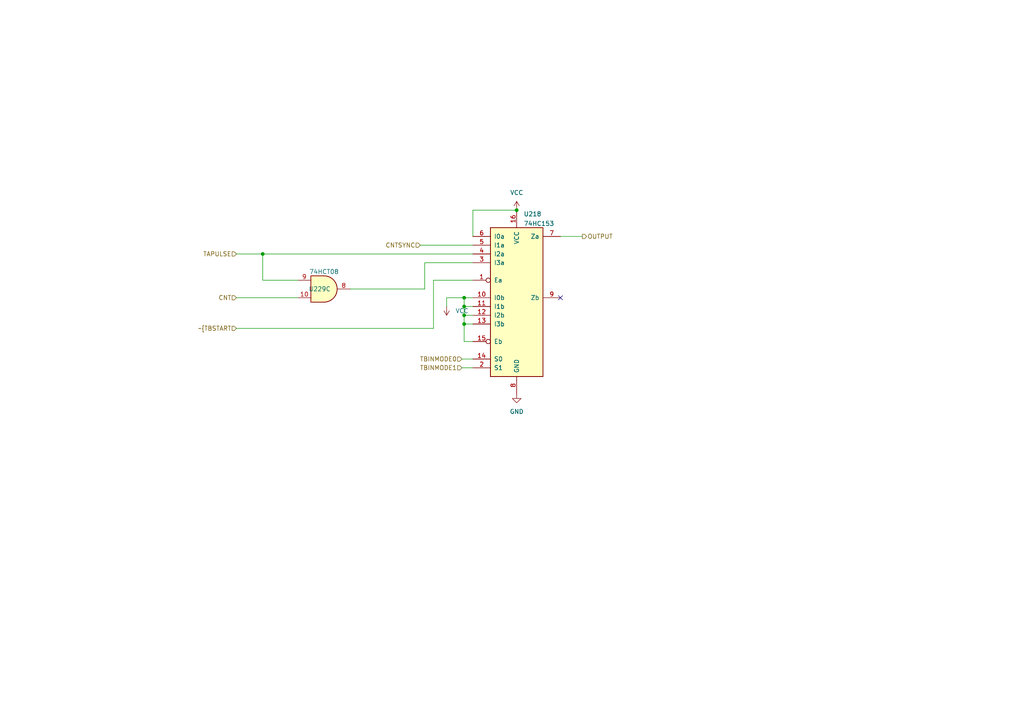
<source format=kicad_sch>
(kicad_sch (version 20211123) (generator eeschema)
  (paper "A4")
  (title_block (title "74HCT6526 Board 2") (date "2022-10-08") (rev "0.1.2") (company "Daniel Molina") (comment 1 "https://github.com/dmolinagarcia/74HCT6526"))
  (lib_symbols
    (symbol "74xx:74LS153" (pin_names (offset 1.016))
      (property "Reference" "U" (at -7.62 21.59 0))
      (property "Value" "74LS153" (at -7.62 -24.13 0))
      (symbol "74LS153_1_0"
        (pin input inverted (at -12.7 5.08 0) (length 5.08) (name "Ea") (number "1"))
        (pin input line (at -12.7 0 0) (length 5.08) (name "I0b") (number "10"))
        (pin input line (at -12.7 -2.54 0) (length 5.08) (name "I1b") (number "11"))
        (pin input line (at -12.7 -5.08 0) (length 5.08) (name "I2b") (number "12"))
        (pin input line (at -12.7 -7.62 0) (length 5.08) (name "I3b") (number "13"))
        (pin input line (at -12.7 -17.78 0) (length 5.08) (name "S0") (number "14"))
        (pin input inverted (at -12.7 -12.7 0) (length 5.08) (name "Eb") (number "15"))
        (pin power_in line (at 0 25.4 270) (length 5.08) (name "VCC") (number "16"))
        (pin input line (at -12.7 -20.32 0) (length 5.08) (name "S1") (number "2"))
        (pin input line (at -12.7 10.16 0) (length 5.08) (name "I3a") (number "3"))
        (pin input line (at -12.7 12.7 0) (length 5.08) (name "I2a") (number "4"))
        (pin input line (at -12.7 15.24 0) (length 5.08) (name "I1a") (number "5"))
        (pin input line (at -12.7 17.78 0) (length 5.08) (name "I0a") (number "6"))
        (pin output line (at 12.7 17.78 180) (length 5.08) (name "Za") (number "7"))
        (pin power_in line (at 0 -27.94 90) (length 5.08) (name "GND") (number "8"))
        (pin output line (at 12.7 0 180) (length 5.08) (name "Zb") (number "9"))
      )
      (symbol "74LS153_1_1"
        (rectangle (start -7.62 20.32) (end 7.62 -22.86) (stroke (width 0.254)) (fill (type background)))
      )
    )
    (symbol "Custom 74xx:74HC08" (pin_names (offset 1.016))
      (property "Reference" "U" (at 0 1.27 0))
      (property "Value" "74HC08" (at 0 -1.27 0))
      (symbol "74HC08_1_1"
        (arc (start 0 -3.81) (mid 3.81 0) (end 0 3.81) (stroke (width 0.254)) (fill (type background)))
        (polyline (pts (xy 0 3.81) (xy -3.81 3.81) (xy -3.81 -3.81) (xy 0 -3.81)) (stroke (width 0.254)) (fill (type background)))
        (pin input line (at -7.62 2.54 0) (length 3.81) (name "~") (number "1"))
        (pin input line (at -7.62 -2.54 0) (length 3.81) (name "~") (number "2"))
        (pin output line (at 7.62 0 180) (length 3.81) (name "~") (number "3"))
      )
      (symbol "74HC08_1_2"
        (arc (start -3.81 -3.81) (mid -2.589 0) (end -3.81 3.81) (stroke (width 0.254)))
        (arc (start -0.6096 -3.81) (mid 2.1855 -2.584) (end 3.81 0) (stroke (width 0.254)) (fill (type background)))
        (polyline (pts (xy -3.81 -3.81) (xy -0.635 -3.81)) (stroke (width 0.254)) (fill (type background)))
        (polyline (pts (xy -3.81 3.81) (xy -0.635 3.81)) (stroke (width 0.254)) (fill (type background)))
        (polyline (pts (xy -0.635 3.81) (xy -3.81 3.81) (xy -3.81 3.81) (xy -3.556 3.4036) (xy -3.0226 2.2606) (xy -2.6924 1.0414) (xy -2.6162 -0.254) (xy -2.7686 -1.4986) (xy -3.175 -2.7178) (xy -3.81 -3.81) (xy -3.81 -3.81) (xy -0.635 -3.81)) (stroke (width -25.4)) (fill (type background)))
        (arc (start 3.81 0) (mid 2.1928 2.5925) (end -0.6096 3.81) (stroke (width 0.254)) (fill (type background)))
        (pin input inverted (at -7.62 2.54 0) (length 4.318) (name "~") (number "1"))
        (pin input inverted (at -7.62 -2.54 0) (length 4.318) (name "~") (number "2"))
        (pin output line (at 7.62 0 180) (length 3.81) (name "~") (number "3"))
      )
      (symbol "74HC08_2_1"
        (arc (start 0 -3.81) (mid 3.81 0) (end 0 3.81) (stroke (width 0.254)) (fill (type background)))
        (polyline (pts (xy 0 3.81) (xy -3.81 3.81) (xy -3.81 -3.81) (xy 0 -3.81)) (stroke (width 0.254)) (fill (type background)))
        (pin input line (at -7.62 2.54 0) (length 3.81) (name "~") (number "4"))
        (pin input line (at -7.62 -2.54 0) (length 3.81) (name "~") (number "5"))
        (pin output line (at 7.62 0 180) (length 3.81) (name "~") (number "6"))
      )
      (symbol "74HC08_2_2"
        (arc (start -3.81 -3.81) (mid -2.589 0) (end -3.81 3.81) (stroke (width 0.254)))
        (arc (start -0.6096 -3.81) (mid 2.1855 -2.584) (end 3.81 0) (stroke (width 0.254)) (fill (type background)))
        (polyline (pts (xy -3.81 -3.81) (xy -0.635 -3.81)) (stroke (width 0.254)) (fill (type background)))
        (polyline (pts (xy -3.81 3.81) (xy -0.635 3.81)) (stroke (width 0.254)) (fill (type background)))
        (polyline (pts (xy -0.635 3.81) (xy -3.81 3.81) (xy -3.81 3.81) (xy -3.556 3.4036) (xy -3.0226 2.2606) (xy -2.6924 1.0414) (xy -2.6162 -0.254) (xy -2.7686 -1.4986) (xy -3.175 -2.7178) (xy -3.81 -3.81) (xy -3.81 -3.81) (xy -0.635 -3.81)) (stroke (width -25.4)) (fill (type background)))
        (arc (start 3.81 0) (mid 2.1928 2.5925) (end -0.6096 3.81) (stroke (width 0.254)) (fill (type background)))
        (pin input inverted (at -7.62 2.54 0) (length 4.318) (name "~") (number "4"))
        (pin input inverted (at -7.62 -2.54 0) (length 4.318) (name "~") (number "5"))
        (pin output line (at 7.62 0 180) (length 3.81) (name "~") (number "6"))
      )
      (symbol "74HC08_3_1"
        (arc (start 0 -3.81) (mid 3.81 0) (end 0 3.81) (stroke (width 0.254)) (fill (type background)))
        (polyline (pts (xy 0 3.81) (xy -3.81 3.81) (xy -3.81 -3.81) (xy 0 -3.81)) (stroke (width 0.254)) (fill (type background)))
        (pin input line (at -7.62 -2.54 0) (length 3.81) (name "~") (number "10"))
        (pin output line (at 7.62 0 180) (length 3.81) (name "~") (number "8"))
        (pin input line (at -7.62 2.54 0) (length 3.81) (name "~") (number "9"))
      )
      (symbol "74HC08_3_2"
        (arc (start -3.81 -3.81) (mid -2.589 0) (end -3.81 3.81) (stroke (width 0.254)))
        (arc (start -0.6096 -3.81) (mid 2.1855 -2.584) (end 3.81 0) (stroke (width 0.254)) (fill (type background)))
        (polyline (pts (xy -3.81 -3.81) (xy -0.635 -3.81)) (stroke (width 0.254)) (fill (type background)))
        (polyline (pts (xy -3.81 3.81) (xy -0.635 3.81)) (stroke (width 0.254)) (fill (type background)))
        (polyline (pts (xy -0.635 3.81) (xy -3.81 3.81) (xy -3.81 3.81) (xy -3.556 3.4036) (xy -3.0226 2.2606) (xy -2.6924 1.0414) (xy -2.6162 -0.254) (xy -2.7686 -1.4986) (xy -3.175 -2.7178) (xy -3.81 -3.81) (xy -3.81 -3.81) (xy -0.635 -3.81)) (stroke (width -25.4)) (fill (type background)))
        (arc (start 3.81 0) (mid 2.1928 2.5925) (end -0.6096 3.81) (stroke (width 0.254)) (fill (type background)))
        (pin input inverted (at -7.62 -2.54 0) (length 4.318) (name "~") (number "10"))
        (pin output line (at 7.62 0 180) (length 3.81) (name "~") (number "8"))
        (pin input inverted (at -7.62 2.54 0) (length 4.318) (name "~") (number "9"))
      )
      (symbol "74HC08_4_1"
        (arc (start 0 -3.81) (mid 3.81 0) (end 0 3.81) (stroke (width 0.254)) (fill (type background)))
        (polyline (pts (xy 0 3.81) (xy -3.81 3.81) (xy -3.81 -3.81) (xy 0 -3.81)) (stroke (width 0.254)) (fill (type background)))
        (pin output line (at 7.62 0 180) (length 3.81) (name "~") (number "11"))
        (pin input line (at -7.62 2.54 0) (length 3.81) (name "~") (number "12"))
        (pin input line (at -7.62 -2.54 0) (length 3.81) (name "~") (number "13"))
      )
      (symbol "74HC08_4_2"
        (arc (start -3.81 -3.81) (mid -2.589 0) (end -3.81 3.81) (stroke (width 0.254)))
        (arc (start -0.6096 -3.81) (mid 2.1855 -2.584) (end 3.81 0) (stroke (width 0.254)) (fill (type background)))
        (polyline (pts (xy -3.81 -3.81) (xy -0.635 -3.81)) (stroke (width 0.254)) (fill (type background)))
        (polyline (pts (xy -3.81 3.81) (xy -0.635 3.81)) (stroke (width 0.254)) (fill (type background)))
        (polyline (pts (xy -0.635 3.81) (xy -3.81 3.81) (xy -3.81 3.81) (xy -3.556 3.4036) (xy -3.0226 2.2606) (xy -2.6924 1.0414) (xy -2.6162 -0.254) (xy -2.7686 -1.4986) (xy -3.175 -2.7178) (xy -3.81 -3.81) (xy -3.81 -3.81) (xy -0.635 -3.81)) (stroke (width -25.4)) (fill (type background)))
        (arc (start 3.81 0) (mid 2.1928 2.5925) (end -0.6096 3.81) (stroke (width 0.254)) (fill (type background)))
        (pin output line (at 7.62 0 180) (length 3.81) (name "~") (number "11"))
        (pin input inverted (at -7.62 2.54 0) (length 4.318) (name "~") (number "12"))
        (pin input inverted (at -7.62 -2.54 0) (length 4.318) (name "~") (number "13"))
      )
      (symbol "74HC08_5_0"
        (pin power_in line (at 0 12.7 270) (length 5.08) (name "VCC") (number "14"))
        (pin power_in line (at 0 -12.7 90) (length 5.08) (name "GND") (number "7"))
      )
      (symbol "74HC08_5_1"
        (rectangle (start -5.08 7.62) (end 5.08 -7.62) (stroke (width 0.254)) (fill (type background)))
      )
    )
    (symbol "power:GND" (power) (pin_names (offset 0))
      (property "Value" "GND" (at 0 -3.81 0))
      (symbol "GND_0_1"
        (polyline (pts (xy 0 0) (xy 0 -1.27) (xy 1.27 -1.27) (xy 0 -2.54) (xy -1.27 -1.27) (xy 0 -1.27)))
      )
      (symbol "GND_1_1"
        (pin power_in line (at 0 0 270) (length 0) hide (name "GND") (number "1"))
      )
    )
    (symbol "power:VCC" (power) (pin_names (offset 0))
      (property "Value" "VCC" (at 0 3.81 0))
      (symbol "VCC_0_1"
        (polyline (pts (xy -0.762 1.27) (xy 0 2.54)))
        (polyline (pts (xy 0 0) (xy 0 2.54)))
        (polyline (pts (xy 0 2.54) (xy 0.762 1.27)))
      )
      (symbol "VCC_1_1"
        (pin power_in line (at 0 0 90) (length 0) hide (name "VCC") (number "1"))
      )
    )
  )
  (junction (at 76.2 73.66))
  (junction (at 134.62 86.36))
  (junction (at 134.62 91.44))
  (junction (at 134.62 93.98))
  (junction (at 149.86 60.96))
  (junction (at 134.62 88.9))
  (no_connect (at 162.56 86.36))
  (wire (pts (xy 125.73 81.28) (xy 125.73 95.25)))
  (wire (pts (xy 134.62 93.98) (xy 134.62 91.44)))
  (wire (pts (xy 123.19 76.2) (xy 137.16 76.2)))
  (wire (pts (xy 129.54 86.36) (xy 129.54 88.9)))
  (wire (pts (xy 134.62 93.98) (xy 137.16 93.98)))
  (wire (pts (xy 162.56 68.58) (xy 168.91 68.58)))
  (wire (pts (xy 125.73 81.28) (xy 137.16 81.28)))
  (wire (pts (xy 76.2 81.28) (xy 76.2 73.66)))
  (wire (pts (xy 68.58 95.25) (xy 125.73 95.25)))
  (wire (pts (xy 137.16 68.58) (xy 137.16 60.96)))
  (wire (pts (xy 134.62 91.44) (xy 137.16 91.44)))
  (wire (pts (xy 129.54 86.36) (xy 134.62 86.36)))
  (wire (pts (xy 68.58 86.36) (xy 86.36 86.36)))
  (wire (pts (xy 137.16 60.96) (xy 149.86 60.96)))
  (wire (pts (xy 134.62 99.06) (xy 137.16 99.06)))
  (wire (pts (xy 134.62 88.9) (xy 134.62 86.36)))
  (wire (pts (xy 86.36 81.28) (xy 76.2 81.28)))
  (wire (pts (xy 134.62 99.06) (xy 134.62 93.98)))
  (wire (pts (xy 76.2 73.66) (xy 137.16 73.66)))
  (wire (pts (xy 68.58 73.66) (xy 76.2 73.66)))
  (wire (pts (xy 101.6 83.82) (xy 123.19 83.82)))
  (wire (pts (xy 134.62 91.44) (xy 134.62 88.9)))
  (wire (pts (xy 133.985 106.68) (xy 137.16 106.68)))
  (wire (pts (xy 121.92 71.12) (xy 137.16 71.12)))
  (wire (pts (xy 133.985 104.14) (xy 137.16 104.14)))
  (wire (pts (xy 134.62 88.9) (xy 137.16 88.9)))
  (wire (pts (xy 134.62 86.36) (xy 137.16 86.36)))
  (wire (pts (xy 123.19 83.82) (xy 123.19 76.2)))
  (hierarchical_label "~{TBSTART" (shape input) (at 68.58 95.25 180))
  (hierarchical_label "CNTSYNC" (shape input) (at 121.92 71.12 180))
  (hierarchical_label "TBINMODE1" (shape input) (at 133.985 106.68 180))
  (hierarchical_label "OUTPUT" (shape output) (at 168.91 68.58 0))
  (hierarchical_label "CNT" (shape input) (at 68.58 86.36 180))
  (hierarchical_label "TAPULSE" (shape input) (at 68.58 73.66 180))
  (hierarchical_label "TBINMODE0" (shape input) (at 133.985 104.14 180))
  (symbol (lib_id "Custom 74xx:74HC08") (at 93.98 83.82 0) (unit 3)
    (property "Reference" "U229" (at 92.71 83.82 0))
    (property "Value" "74HCT08" (at 93.98 78.8186 0))
    (property "Footprint" "Package_SO:SO-14_3.9x8.65mm_P1.27mm" (effects hide))
  )
  (symbol (lib_id "power:VCC") (at 149.86 60.96 0) (unit 1)
    (property "Reference" "#PWR0313" (effects hide))
    (property "Value" "VCC" (at 149.86 55.88 0))
  )
  (symbol (lib_id "power:VCC") (at 129.54 88.9 180) (unit 1)
    (property "Reference" "#PWR0101" (effects hide))
    (property "Value" "VCC" (at 132.08 90.1699 0) (effects (justify right)))
  )
  (symbol (lib_id "power:GND") (at 149.86 114.3 0) (unit 1)
    (property "Reference" "#PWR0370" (effects hide))
    (property "Value" "GND" (at 149.86 119.38 0))
  )
  (symbol (lib_id "74xx:74LS153") (at 149.86 86.36 0) (unit 1)
    (property "Reference" "U218" (at 151.8794 62.0735 0) (effects (justify left)))
    (property "Value" "74HC153" (at 151.8794 64.8486 0) (effects (justify left)))
    (property "Footprint" "Package_SO:SOIC-16_3.9x9.9mm_P1.27mm" (effects hide))
    (property "Datasheet" "http://www.ti.com/lit/gpn/sn74LS153" (effects hide))
  )
)
</source>
